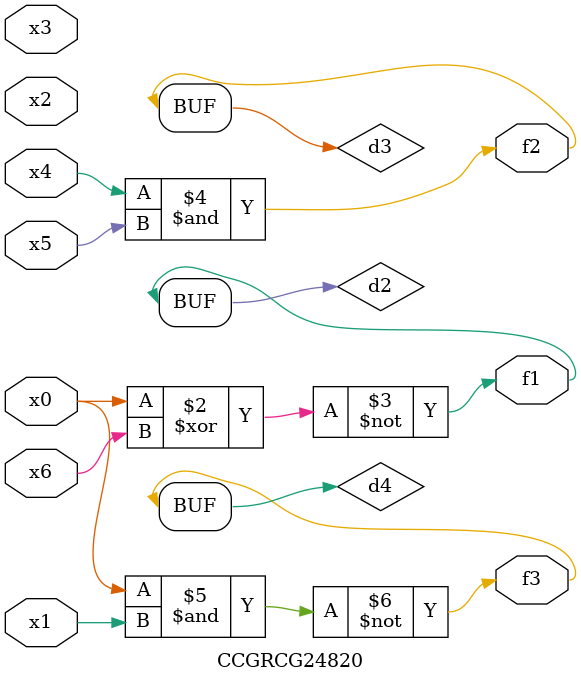
<source format=v>
module CCGRCG24820(
	input x0, x1, x2, x3, x4, x5, x6,
	output f1, f2, f3
);

	wire d1, d2, d3, d4;

	nor (d1, x0);
	xnor (d2, x0, x6);
	and (d3, x4, x5);
	nand (d4, x0, x1);
	assign f1 = d2;
	assign f2 = d3;
	assign f3 = d4;
endmodule

</source>
